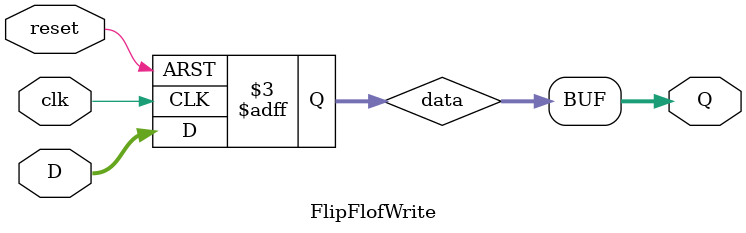
<source format=v>
module FlipFlofWrite #(parameter WIDTH = 32)
(
	input			[WIDTH-1:0] D, 
	input 		clk,
	input			reset,
	
	output		[WIDTH-1:0] Q
);
	reg [WIDTH-1:0] data;
	always @(posedge clk or negedge reset) 
	begin
      if (!reset)
         data <= 0;
      else
         data <= D;
   end 
	assign Q = data;	
endmodule 
</source>
